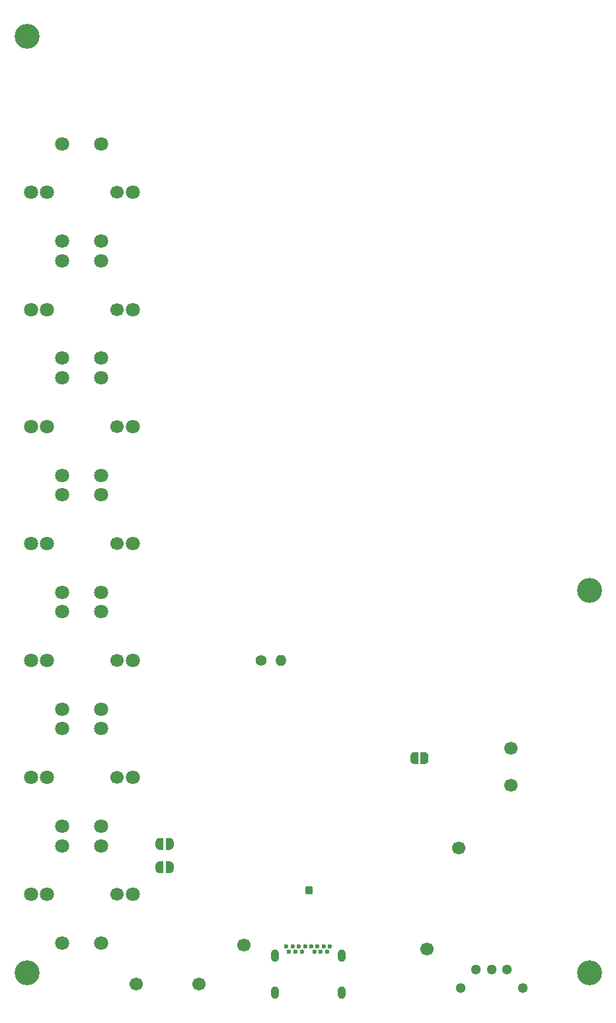
<source format=gbr>
G04 #@! TF.GenerationSoftware,KiCad,Pcbnew,(5.1.9-0-10_14)*
G04 #@! TF.CreationDate,2021-06-09T16:44:05+02:00*
G04 #@! TF.ProjectId,foodSampler_v22,666f6f64-5361-46d7-906c-65725f763232,rev?*
G04 #@! TF.SameCoordinates,Original*
G04 #@! TF.FileFunction,Soldermask,Bot*
G04 #@! TF.FilePolarity,Negative*
%FSLAX46Y46*%
G04 Gerber Fmt 4.6, Leading zero omitted, Abs format (unit mm)*
G04 Created by KiCad (PCBNEW (5.1.9-0-10_14)) date 2021-06-09 16:44:05*
%MOMM*%
%LPD*%
G01*
G04 APERTURE LIST*
%ADD10C,1.300000*%
%ADD11C,3.200000*%
%ADD12C,1.700000*%
%ADD13C,1.400000*%
%ADD14O,1.400000X1.400000*%
%ADD15C,0.100000*%
%ADD16C,0.600000*%
%ADD17O,1.000000X1.600000*%
%ADD18C,1.800000*%
%ADD19C,0.254000*%
G04 APERTURE END LIST*
D10*
X85500000Y-157000000D03*
X87500000Y-154650000D03*
X89500000Y-154650000D03*
X91500000Y-154650000D03*
X93500000Y-157000000D03*
D11*
X30000000Y-35000000D03*
X102000000Y-155000000D03*
X30000000Y-155000000D03*
X102000000Y-106000000D03*
D12*
X44000000Y-156500000D03*
D13*
X60000000Y-115000000D03*
D14*
X62540000Y-115000000D03*
D15*
G36*
X46950000Y-139249398D02*
G01*
X46925466Y-139249398D01*
X46876635Y-139244588D01*
X46828510Y-139235016D01*
X46781555Y-139220772D01*
X46736222Y-139201995D01*
X46692949Y-139178864D01*
X46652150Y-139151604D01*
X46614221Y-139120476D01*
X46579524Y-139085779D01*
X46548396Y-139047850D01*
X46521136Y-139007051D01*
X46498005Y-138963778D01*
X46479228Y-138918445D01*
X46464984Y-138871490D01*
X46455412Y-138823365D01*
X46450602Y-138774534D01*
X46450602Y-138750000D01*
X46450000Y-138750000D01*
X46450000Y-138250000D01*
X46450602Y-138250000D01*
X46450602Y-138225466D01*
X46455412Y-138176635D01*
X46464984Y-138128510D01*
X46479228Y-138081555D01*
X46498005Y-138036222D01*
X46521136Y-137992949D01*
X46548396Y-137952150D01*
X46579524Y-137914221D01*
X46614221Y-137879524D01*
X46652150Y-137848396D01*
X46692949Y-137821136D01*
X46736222Y-137798005D01*
X46781555Y-137779228D01*
X46828510Y-137764984D01*
X46876635Y-137755412D01*
X46925466Y-137750602D01*
X46950000Y-137750602D01*
X46950000Y-137750000D01*
X47450000Y-137750000D01*
X47450000Y-139250000D01*
X46950000Y-139250000D01*
X46950000Y-139249398D01*
G37*
G36*
X47750000Y-137750000D02*
G01*
X48250000Y-137750000D01*
X48250000Y-137750602D01*
X48274534Y-137750602D01*
X48323365Y-137755412D01*
X48371490Y-137764984D01*
X48418445Y-137779228D01*
X48463778Y-137798005D01*
X48507051Y-137821136D01*
X48547850Y-137848396D01*
X48585779Y-137879524D01*
X48620476Y-137914221D01*
X48651604Y-137952150D01*
X48678864Y-137992949D01*
X48701995Y-138036222D01*
X48720772Y-138081555D01*
X48735016Y-138128510D01*
X48744588Y-138176635D01*
X48749398Y-138225466D01*
X48749398Y-138250000D01*
X48750000Y-138250000D01*
X48750000Y-138750000D01*
X48749398Y-138750000D01*
X48749398Y-138774534D01*
X48744588Y-138823365D01*
X48735016Y-138871490D01*
X48720772Y-138918445D01*
X48701995Y-138963778D01*
X48678864Y-139007051D01*
X48651604Y-139047850D01*
X48620476Y-139085779D01*
X48585779Y-139120476D01*
X48547850Y-139151604D01*
X48507051Y-139178864D01*
X48463778Y-139201995D01*
X48418445Y-139220772D01*
X48371490Y-139235016D01*
X48323365Y-139244588D01*
X48274534Y-139249398D01*
X48250000Y-139249398D01*
X48250000Y-139250000D01*
X47750000Y-139250000D01*
X47750000Y-137750000D01*
G37*
G36*
X47750000Y-140750000D02*
G01*
X48250000Y-140750000D01*
X48250000Y-140750602D01*
X48274534Y-140750602D01*
X48323365Y-140755412D01*
X48371490Y-140764984D01*
X48418445Y-140779228D01*
X48463778Y-140798005D01*
X48507051Y-140821136D01*
X48547850Y-140848396D01*
X48585779Y-140879524D01*
X48620476Y-140914221D01*
X48651604Y-140952150D01*
X48678864Y-140992949D01*
X48701995Y-141036222D01*
X48720772Y-141081555D01*
X48735016Y-141128510D01*
X48744588Y-141176635D01*
X48749398Y-141225466D01*
X48749398Y-141250000D01*
X48750000Y-141250000D01*
X48750000Y-141750000D01*
X48749398Y-141750000D01*
X48749398Y-141774534D01*
X48744588Y-141823365D01*
X48735016Y-141871490D01*
X48720772Y-141918445D01*
X48701995Y-141963778D01*
X48678864Y-142007051D01*
X48651604Y-142047850D01*
X48620476Y-142085779D01*
X48585779Y-142120476D01*
X48547850Y-142151604D01*
X48507051Y-142178864D01*
X48463778Y-142201995D01*
X48418445Y-142220772D01*
X48371490Y-142235016D01*
X48323365Y-142244588D01*
X48274534Y-142249398D01*
X48250000Y-142249398D01*
X48250000Y-142250000D01*
X47750000Y-142250000D01*
X47750000Y-140750000D01*
G37*
G36*
X46950000Y-142249398D02*
G01*
X46925466Y-142249398D01*
X46876635Y-142244588D01*
X46828510Y-142235016D01*
X46781555Y-142220772D01*
X46736222Y-142201995D01*
X46692949Y-142178864D01*
X46652150Y-142151604D01*
X46614221Y-142120476D01*
X46579524Y-142085779D01*
X46548396Y-142047850D01*
X46521136Y-142007051D01*
X46498005Y-141963778D01*
X46479228Y-141918445D01*
X46464984Y-141871490D01*
X46455412Y-141823365D01*
X46450602Y-141774534D01*
X46450602Y-141750000D01*
X46450000Y-141750000D01*
X46450000Y-141250000D01*
X46450602Y-141250000D01*
X46450602Y-141225466D01*
X46455412Y-141176635D01*
X46464984Y-141128510D01*
X46479228Y-141081555D01*
X46498005Y-141036222D01*
X46521136Y-140992949D01*
X46548396Y-140952150D01*
X46579524Y-140914221D01*
X46614221Y-140879524D01*
X46652150Y-140848396D01*
X46692949Y-140821136D01*
X46736222Y-140798005D01*
X46781555Y-140779228D01*
X46828510Y-140764984D01*
X46876635Y-140755412D01*
X46925466Y-140750602D01*
X46950000Y-140750602D01*
X46950000Y-140750000D01*
X47450000Y-140750000D01*
X47450000Y-142250000D01*
X46950000Y-142250000D01*
X46950000Y-142249398D01*
G37*
D12*
X57750000Y-151500000D03*
X52000000Y-156500000D03*
X81250000Y-152000000D03*
X85250000Y-139000000D03*
D16*
X68800000Y-151670000D03*
X63200000Y-151670000D03*
X68400000Y-152370000D03*
X68000000Y-151670000D03*
X67600000Y-152370000D03*
X67200000Y-151670000D03*
X66800000Y-152370000D03*
X66400000Y-151670000D03*
X65600000Y-151670000D03*
X65200000Y-152370000D03*
X64800000Y-151670000D03*
X64350000Y-152370000D03*
X64000000Y-151670000D03*
X63550000Y-152370000D03*
D17*
X61730000Y-152820000D03*
X70270000Y-152820000D03*
X70270000Y-157550000D03*
X61730000Y-157550000D03*
D15*
G36*
X80400000Y-126750000D02*
G01*
X80900000Y-126750000D01*
X80900000Y-126750602D01*
X80924534Y-126750602D01*
X80973365Y-126755412D01*
X81021490Y-126764984D01*
X81068445Y-126779228D01*
X81113778Y-126798005D01*
X81157051Y-126821136D01*
X81197850Y-126848396D01*
X81235779Y-126879524D01*
X81270476Y-126914221D01*
X81301604Y-126952150D01*
X81328864Y-126992949D01*
X81351995Y-127036222D01*
X81370772Y-127081555D01*
X81385016Y-127128510D01*
X81394588Y-127176635D01*
X81399398Y-127225466D01*
X81399398Y-127250000D01*
X81400000Y-127250000D01*
X81400000Y-127750000D01*
X81399398Y-127750000D01*
X81399398Y-127774534D01*
X81394588Y-127823365D01*
X81385016Y-127871490D01*
X81370772Y-127918445D01*
X81351995Y-127963778D01*
X81328864Y-128007051D01*
X81301604Y-128047850D01*
X81270476Y-128085779D01*
X81235779Y-128120476D01*
X81197850Y-128151604D01*
X81157051Y-128178864D01*
X81113778Y-128201995D01*
X81068445Y-128220772D01*
X81021490Y-128235016D01*
X80973365Y-128244588D01*
X80924534Y-128249398D01*
X80900000Y-128249398D01*
X80900000Y-128250000D01*
X80400000Y-128250000D01*
X80400000Y-126750000D01*
G37*
G36*
X79600000Y-128249398D02*
G01*
X79575466Y-128249398D01*
X79526635Y-128244588D01*
X79478510Y-128235016D01*
X79431555Y-128220772D01*
X79386222Y-128201995D01*
X79342949Y-128178864D01*
X79302150Y-128151604D01*
X79264221Y-128120476D01*
X79229524Y-128085779D01*
X79198396Y-128047850D01*
X79171136Y-128007051D01*
X79148005Y-127963778D01*
X79129228Y-127918445D01*
X79114984Y-127871490D01*
X79105412Y-127823365D01*
X79100602Y-127774534D01*
X79100602Y-127750000D01*
X79100000Y-127750000D01*
X79100000Y-127250000D01*
X79100602Y-127250000D01*
X79100602Y-127225466D01*
X79105412Y-127176635D01*
X79114984Y-127128510D01*
X79129228Y-127081555D01*
X79148005Y-127036222D01*
X79171136Y-126992949D01*
X79198396Y-126952150D01*
X79229524Y-126914221D01*
X79264221Y-126879524D01*
X79302150Y-126848396D01*
X79342949Y-126821136D01*
X79386222Y-126798005D01*
X79431555Y-126779228D01*
X79478510Y-126764984D01*
X79526635Y-126755412D01*
X79575466Y-126750602D01*
X79600000Y-126750602D01*
X79600000Y-126750000D01*
X80100000Y-126750000D01*
X80100000Y-128250000D01*
X79600000Y-128250000D01*
X79600000Y-128249398D01*
G37*
D18*
X39500000Y-48750000D03*
X39500000Y-61250000D03*
X34500000Y-48750000D03*
X34500000Y-61250000D03*
X43500000Y-55000000D03*
X30500000Y-55000000D03*
X32500000Y-55000000D03*
D12*
X41500000Y-55000000D03*
X41500000Y-70000000D03*
D18*
X32500000Y-70000000D03*
X30500000Y-70000000D03*
X43500000Y-70000000D03*
X34500000Y-76250000D03*
X34500000Y-63750000D03*
X39500000Y-76250000D03*
X39500000Y-63750000D03*
X39500000Y-78750000D03*
X39500000Y-91250000D03*
X34500000Y-78750000D03*
X34500000Y-91250000D03*
X43500000Y-85000000D03*
X30500000Y-85000000D03*
X32500000Y-85000000D03*
D12*
X41500000Y-85000000D03*
X41500000Y-100000000D03*
D18*
X32500000Y-100000000D03*
X30500000Y-100000000D03*
X43500000Y-100000000D03*
X34500000Y-106250000D03*
X34500000Y-93750000D03*
X39500000Y-106250000D03*
X39500000Y-93750000D03*
X39500000Y-108750000D03*
X39500000Y-121250000D03*
X34500000Y-108750000D03*
X34500000Y-121250000D03*
X43500000Y-115000000D03*
X30500000Y-115000000D03*
X32500000Y-115000000D03*
D12*
X41500000Y-115000000D03*
X41500000Y-130000000D03*
D18*
X32500000Y-130000000D03*
X30500000Y-130000000D03*
X43500000Y-130000000D03*
X34500000Y-136250000D03*
X34500000Y-123750000D03*
X39500000Y-136250000D03*
X39500000Y-123750000D03*
X39500000Y-138750000D03*
X39500000Y-151250000D03*
X34500000Y-138750000D03*
X34500000Y-151250000D03*
X43500000Y-145000000D03*
X30500000Y-145000000D03*
X32500000Y-145000000D03*
D12*
X41500000Y-145000000D03*
X92000000Y-126250000D03*
X92000000Y-131000000D03*
D19*
X66373000Y-144773000D02*
X65727000Y-144773000D01*
X65727000Y-144027000D01*
X66373000Y-144027000D01*
X66373000Y-144773000D01*
D15*
G36*
X66373000Y-144773000D02*
G01*
X65727000Y-144773000D01*
X65727000Y-144027000D01*
X66373000Y-144027000D01*
X66373000Y-144773000D01*
G37*
M02*

</source>
